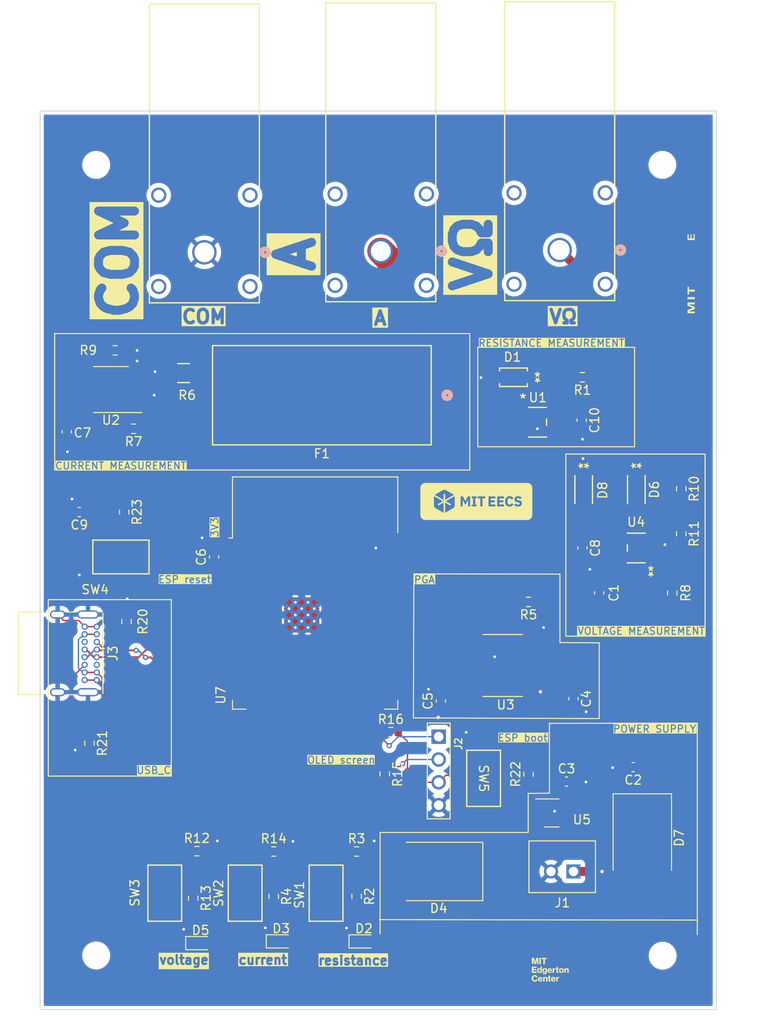
<source format=kicad_pcb>
(kicad_pcb (version 20221018) (generator pcbnew)
  (title_block (company "Tori Hagenlocker | victoriahagenlocker.com"))
  (layers (0 "F.Cu" signal) (31 "B.Cu" signal) (34 "B.Paste" user) (35 "F.Paste" user) (36 "B.SilkS" user "B.Silkscreen") (37 "F.SilkS" user "F.Silkscreen") (38 "B.Mask" user) (39 "F.Mask" user) (44 "Edge.Cuts" user))
  (property "AUTHOR" "Winnie Szeto")
  (property "PROJECT_REVISION" "A01")
  (property "PROJECT_TITLE" "WS Template Project")
  (net 0 "")
  (net 1 "/pga_v")
  (net 2 "GND")
  (net 3 "/vbat")
  (net 4 "+3.3V")
  (net 5 "/reset")
  (net 6 "/p+_v-r")
  (net 7 "Net-(D2-A)")
  (net 8 "Net-(D3-A)")
  (net 9 "Net-(D5-A)")
  (net 10 "/p+_i")
  (net 11 "Net-(U2-+IN)")
  (net 12 "/SDA")
  (net 13 "/SCL")
  (net 14 "Net-(D4-K)")
  (net 15 "Net-(J3-CC1)")
  (net 16 "/USB_P")
  (net 17 "/USB_N")
  (net 18 "Net-(J3-CC2)")
  (net 19 "Net-(U3-VREF)")
  (net 20 "Net-(U7-IO10)")
  (net 21 "Net-(U7-IO12)")
  (net 22 "/pga-v_o-adc")
  (net 23 "Net-(R7-Pad1)")
  (net 24 "Net-(R7-Pad2)")
  (net 25 "Net-(U4--)")
  (net 26 "Net-(U2-REF)")
  (net 27 "Net-(U4-+)")
  (net 28 "Net-(U7-IO9)")
  (net 29 "Net-(U7-IO13)")
  (net 30 "Net-(R22-Pad1)")
  (net 31 "/boot")
  (net 32 "/pga_r")
  (net 33 "/pga_i")
  (net 41 "/SCLK")
  (net 42 "/SDO_ESP-SDI_PGA")
  (net 43 "/SDI_ESP-SDO_PGA")
  (net 44 "/~{CS}")
  (net 54 "Net-(U7-IO11)")
  (net 57 "Net-(U7-IO3)")
  (net 60 "Net-(D6-A)")
  (net 68 "Net-(U7-IO2)")
  (net 69 "/vusb")
  (footprint "Resistor_SMD:R_0603_1608Metric" (layer "F.Cu") (at 139 124.145 -90)
    (fp_text reference "R15")
    (fp_text value "2K")
  )
  (footprint "lab02_components:CSNL1206FT1L00" (layer "F.Cu") (at 116.6114 79.534 180)
    (fp_text reference "R6")
    (fp_text value "1mR")
  )
  (footprint "LED_SMD:LED_0603_1608Metric_Pad1.05x0.95mm_HandSolder" (layer "F.Cu") (at 118.5032 142.9728)
    (fp_text reference "D5")
    (fp_text value "GREEN LED")
  )
  (footprint "Capacitor_SMD:C_0603_1608Metric" (layer "F.Cu") (at 120 100 90)
    (fp_text reference "C6")
    (fp_text value "0.1uF")
  )
  (footprint "Capacitor_SMD:C_0603_1608Metric" (layer "F.Cu") (at 162.8648 104 90)
    (fp_text reference "C1")
    (fp_text value "1nF")
  )
  (footprint "lab02_components:OPA310IDBVR" (layer "F.Cu") (at 156 85)
    (fp_text reference "U1")
    (fp_text value "OPA310IDBVR")
  )
  (footprint "Resistor_SMD:R_0603_1608Metric" (layer "F.Cu") (at 117.6782 137.9728 -90)
    (fp_text reference "R13")
    (fp_text value "2K")
  )
  (footprint "Capacitor_SMD:C_0603_1608Metric" (layer "F.Cu") (at 166.6494 123.3932 180)
    (fp_text reference "C2")
    (fp_text value "1uF")
  )
  (footprint "Resistor_SMD:R_0603_1608Metric" (layer "F.Cu") (at 126.6417 137.7785 -90)
    (fp_text reference "R4")
    (fp_text value "2K")
  )
  (footprint "lab02_components:BZT52C51-7-F" (layer "F.Cu") (at 167 92.5 -90)
    (fp_text reference "D6")
    (fp_text value "51V")
  )
  (footprint "lab02_components:JST_B2B-XH-A" (layer "F.Cu") (at 158.75 134.475)
    (fp_text reference "J1")
    (fp_text value "Conn_01x02_Pin")
  )
  (footprint "MountingHole:MountingHole_2.5mm" (layer "F.Cu") (at 106.8832 56.3626)
    (fp_text reference "H2" hide)
    (fp_text value "MountingHole")
  )
  (footprint "Resistor_SMD:R_0603_1608Metric" (layer "F.Cu") (at 106.1382 120.7254 -90)
    (fp_text reference "R21")
    (fp_text value "5.1K")
  )
  (footprint "Capacitor_SMD:C_0603_1608Metric" (layer "F.Cu") (at 145.2372 116.0272 90)
    (fp_text reference "C5")
    (fp_text value "0.1uF")
  )
  (footprint "lab02_components:SWITCH_FSMSM_TYC" (layer "F.Cu") (at 105 100)
    (fp_text reference "SW4")
    (fp_text value "SW_SPST")
  )
  (footprint "Resistor_SMD:R_0603_1608Metric" (layer "F.Cu") (at 111.05 85.73 180)
    (fp_text reference "R7")
    (fp_text value "340R")
  )
  (footprint "Package_TO_SOT_SMD:SOT-23-5" (layer "F.Cu") (at 157.5925 128.49)
    (fp_text reference "U5")
    (fp_text value "AP2112K-3.3" hide)
  )
  (footprint "lab02_components:SWITCH_FSMSM_TYC" (layer "F.Cu") (at 132.4667 132.7785 -90)
    (fp_text reference "SW1")
    (fp_text value "SW_SPST")
  )
  (footprint "Resistor_SMD:R_0603_1608Metric" (layer "F.Cu") (at 172 97.4212 -90)
    (fp_text reference "R11")
    (fp_text value "10K")
  )
  (footprint "Resistor_SMD:R_0603_1608Metric" (layer "F.Cu") (at 161 80 180)
    (fp_text reference "R1")
    (fp_text value "100K")
  )
  (footprint "Resistor_SMD:R_0603_1608Metric" (layer "F.Cu") (at 172 92.4052 -90)
    (fp_text reference "R10")
    (fp_text value "200K")
  )
  (footprint "lab02_components:BZT52C51-7-F" (layer "F.Cu") (at 161.1376 92.5 -90)
    (fp_text reference "D8")
    (fp_text value "51V")
  )
  (footprint "Capacitor_SMD:C_0603_1608Metric" (layer "F.Cu") (at 161 99 -90)
    (fp_text reference "C8")
    (fp_text value "100nF")
  )
  (footprint "Resistor_SMD:R_0603_1608Metric" (layer "F.Cu") (at 109 77)
    (fp_text reference "R9")
    (fp_text value "0R")
  )
  (footprint "Resistor_SMD:R_0603_1608Metric" (layer "F.Cu") (at 155 105 180)
    (fp_text reference "R5")
    (fp_text value "100R")
  )
  (footprint "lab02_components:MechE" (layer "F.Cu") (at 167.159 73.3272 90)
    (fp_text reference "H7" hide)
    (fp_text value "logo1" hide)
  )
  (footprint "Resistor_SMD:R_0603_1608Metric" (layer "F.Cu") (at 171 104 90)
    (fp_text reference "R8")
    (fp_text value "160R")
  )
  (footprint "lab02_components:MMSZ4684T1G" (layer "F.Cu") (at 153.3236 80 180)
    (fp_text reference "D1")
    (fp_text value "3.3V")
  )
  (footprint "Resistor_SMD:R_0603_1608Metric" (layer "F.Cu") (at 135.8646 137.7785 -90)
    (fp_text reference "R2")
    (fp_text value "2K")
  )
  (footprint "Diode_SMD:D_SMC" (layer "F.Cu") (at 167.6654 131.2672 -90)
    (fp_text reference "D7")
    (fp_text value "SS34")
  )
  (footprint "Connector_USB:USB_C_Receptacle_GCT_USB4085" (layer "F.Cu") (at 106.9488 107.7506 -90)
    (fp_text reference "J3")
    (fp_text value "USB_C_Receptacle_USB2.0_14P")
  )
  (footprint "Resistor_SMD:R_0603_1608Metric" (layer "F.Cu") (at 118.0846 132.7404)
    (fp_text reference "R12")
    (fp_text value "10K")
  )
  (footprint "LED_SMD:LED_0603_1608Metric_Pad1.05x0.95mm_HandSolder" (layer "F.Cu") (at 136.6802 142.7871)
    (fp_text reference "D2")
    (fp_text value "GREEN LED")
  )
  (footprint "Resistor_SMD:R_0603_1608Metric" (layer "F.Cu") (at 126.6417 132.7785)
    (fp_text reference "R14")
    (fp_text value "10K")
  )
  (footprint "lab02_components:CONN1_FCR7350R_CLF" (layer "F.Cu") (at 118.9228 66.089906 180)
    (fp_text reference "J6")
    (fp_text value "FCR7350B")
  )
  (footprint "lab02_components:PGA116AIPWR" (layer "F.Cu") (at 152.13 112.075 180)
    (fp_text reference "U3")
    (fp_text value "PGA116AIPW")
  )
  (footprint "lab02_components:PPTC041LFBN-RC" (layer "F.Cu") (at 145 123.81 -90)
    (fp_text reference "J2")
    (fp_text value "Conn_01x04_Pin")
  )
  (footprint "Resistor_SMD:R_0603_1608Metric" (layer "F.Cu") (at 135.8646 132.7785)
    (fp_text reference "R3")
    (fp_text value "10K")
  )
  (footprint "Capacitor_SMD:C_0603_1608Metric" (layer "F.Cu") (at 105 95 180)
    (fp_text reference "C9")
    (fp_text value "1uF")
  )
  (footprint "Package_SO:SOIC-8_3.9x4.9mm_P1.27mm" (layer "F.Cu") (at 108.525 81.365 180)
    (fp_text reference "U2")
    (fp_text value "INA823")
  )
  (footprint "MountingHole:MountingHole_2.5mm" (layer "F.Cu") (at 106.8832 144.3482)
    (fp_text reference "H3" hide)
    (fp_text value "MountingHole")
  )
  (footprint "RF_Module:ESP32-S3-WROOM-1" (layer "F.Cu") (at 131.25 103.99)
    (fp_text reference "U7")
    (fp_text value "ESP32-S3-WROOM-1-N4")
  )
  (footprint "lab02_components:OPA310IDBVR" (layer "F.Cu") (at 167 99 180)
    (fp_text reference "U4")
    (fp_text value "OPA310IDBVR")
  )
  (footprint "lab02_components:EdgertonLogo" (layer "F.Cu") (at 148.678 142.3094)
    (fp_text reference "H5" hide)
    (fp_text value "logo1")
  )
  (footprint "lab02_components:CONN1_FCR7350R_CLF" (layer "F.Cu") (at 158.4706 65.835906 180)
    (fp_text reference "J4")
    (fp_text value "FCR7350R")
  )
  (footprint "lab02_components:EECSLogo" (layer "F.Cu") (at 142.8496 91.6178)
    (fp_text reference "H6" hide)
    (fp_text value "logo2" hide)
  )
  (footprint "lab02_components:SWITCH_FSMSM_TYC" (layer "F.Cu") (at 123.4567 132.7785 -90)
    (fp_text reference "SW2")
    (fp_text value "SW_SPST")
  )
  (footprint "Capacitor_SMD:C_0603_1608Metric" (layer "F.Cu") (at 103.6066 86.0552 -90)
    (fp_text reference "C7")
    (fp_text value "0.1uF")
  )
  (footprint "Capacitor_SMD:C_0603_1608Metric" (layer "F.Cu") (at 159.225 125)
    (fp_text reference "C3")
    (fp_text value "1uF")
  )
  (footprint "Resistor_SMD:R_0603_1608Metric" (layer "F.Cu") (at 139.675 119.5)
    (fp_text reference "R16")
    (fp_text value "2K")
  )
  (footprint "Diode_SMD:D_SMC" (layer "F.Cu") (at 145 135 180)
    (fp_text reference "D4")
    (fp_text value "SS34")
  )
  (footprint "Resistor_SMD:R_0603_1608Metric" (layer "F.Cu") (at 155 124.175 90)
    (fp_text reference "R22")
    (fp_text value "10K")
  )
  (footprint "lab02_components:SWITCH_FSMSM_TYC" (layer "F.Cu") (at 114.5159 132.7785 -90)
    (fp_text reference "SW3")
    (fp_text value "SW_SPST")
  )
  (footprint "MountingHole:MountingHole_2.5mm" (layer "F.Cu") (at 169.9006 56.3626)
    (fp_text reference "H1" hide)
    (fp_text value "MountingHole")
  )
  (footprint "lab02_components:SWITCH_FSMSM_TYC" (layer "F.Cu") (at 150 120 -90)
    (fp_text reference "SW5")
    (fp_text value "SW_SPST")
  )
  (footprint "Capacitor_SMD:C_0603_1608Metric" (layer "F.Cu") (at 160.9172 84.7797 -90)
    (fp_text reference "C10")
    (fp_text value "100nF")
  )
  (footprint "Resistor_SMD:R_0603_1608Metric" (layer "F.Cu") (at 110.2532 107.1804 90)
    (fp_text reference "R20")
    (fp_text value "5.1K")
  )
  (footprint "MountingHole:MountingHole_2.5mm" (layer "F.Cu") (at 169.926 144.3736)
    (fp_text reference "H4" hide)
    (fp_text value "MountingHole")
  )
  (footprint "NetTie:NetTie-2_SMD_Pad0.5mm" (layer "F.Cu") (at 156.63 110 -90)
    (fp_text reference "NT1" hide)
    (fp_text value "NetTie_2" hide)
  )
  (footprint "lab02_components:FUSE_31.8221_SCH" (layer "F.Cu") (at 132 82 180)
    (fp_text reference "F1")
    (fp_text value "10A Fuse")
  )
  (footprint "Capacitor_SMD:C_0603_1608Metric" (layer "F.Cu") (at 160 115.775 -90)
    (fp_text reference "C4")
    (fp_text value "0.1uF")
  )
  (footprint "Resistor_SMD:R_0603_1608Metric" (layer "F.Cu") (at 110 95 -90)
    (fp_text reference "R23")
    (fp_text value "5.1K")
  )
  (footprint "lab02_components:CONN1_FCR7350R_CLF" (layer "F.Cu") (at 138.557 65.9638 180)
    (fp_text reference "J5")
    (fp_text value "FCR7350R")
  )
  (footprint "LED_SMD:LED_0603_1608Metric_Pad1.05x0.95mm_HandSolder" (layer "F.Cu") (at 127.4667 142.7785)
    (fp_text reference "D3")
    (fp_text value "GREEN LED")
  )
  (gr_rect (start 149.352 76.6572) (end 166.8018 87.7316) (stroke (width 0.12)) (fill none) (layer "F.SilkS"))
  (gr_line (start 138.4808 130.6576) (end 154.9654 130.6576) (stroke (width 0.12)) (layer "F.SilkS"))
  (gr_line (start 142.1892 117.9068) (end 142.24 101.8794) (stroke (width 0.12)) (layer "F.SilkS"))
  (gr_line (start 138.4046 140.3604) (end 173.7106 140.4112) (stroke (width 0.12)) (layer "F.SilkS"))
  (gr_rect (start 101.5492 104.7496) (end 115.2398 124.3838) (stroke (width 0.12)) (fill none) (layer "F.SilkS"))
  (gr_line (start 162.8648 117.983) (end 162.8648 109.5502) (stroke (width 0.12)) (layer "F.SilkS"))
  (gr_line (start 138.4808 130.6576) (end 138.4808 141.9606) (stroke (width 0.12)) (layer "F.SilkS"))
  (gr_line (start 162.8648 109.5502) (end 158.496 109.5248) (stroke (width 0.12)) (layer "F.SilkS"))
  (gr_line (start 154.9654 130.6576) (end 154.9654 126.3142) (stroke (width 0.12)) (layer "F.SilkS"))
  (gr_line (start 142.24 101.8794) (end 158.496 101.9048) (stroke (width 0.12)) (layer "F.SilkS"))
  (gr_line (start 157.3276 118.5164) (end 173.7868 118.491) (stroke (width 0.12)) (layer "F.SilkS"))
  (gr_rect (start 159.1564 88.5444) (end 174.6504 108.8136) (stroke (width 0.12)) (fill none) (layer "F.SilkS"))
  (gr_line (start 158.496 109.5248) (end 158.496 101.9048) (stroke (width 0.12)) (layer "F.SilkS"))
  (gr_line (start 154.9654 126.3142) (end 157.3276 126.2888) (stroke (width 0.12)) (layer "F.SilkS"))
  (gr_line (start 157.3276 126.2888) (end 157.3276 118.5164) (stroke (width 0.12)) (layer "F.SilkS"))
  (gr_line (start 173.7868 118.491) (end 173.7868 142.0114) (stroke (width 0.12)) (layer "F.SilkS"))
  (gr_line (start 142.1892 117.9068) (end 162.8648 117.983) (stroke (width 0.12)) (layer "F.SilkS"))
  (gr_rect (start 102.2604 75.1332) (end 148.463 90.3224) (stroke (width 0.12)) (fill none) (layer "F.SilkS"))
  (gr_rect (start 100.6434 50.362694) (end 175.8974 150.362694) (stroke (width 0.1)) (fill none) (layer "Edge.Cuts"))
  (gr_text "ESP reset" (at 113.7158 102.9716) (layer "F.SilkS" knockout) (effects (font (size 0.8 0.8) (thickness 0.12)) (justify left bottom)))
  (gr_text "VΩ" (at 151.0538 70.866 90) (layer "F.SilkS" knockout) (effects (font (size 4 4) (thickness 1) bold) (justify left bottom)))
  (gr_text "COM" (at 116.2304 74.1426) (layer "F.SilkS" knockout) (effects (font (size 1.5 1.5) (thickness 0.375) bold) (justify left bottom)))
  (gr_text "3V3" (at 120.5484 97.8662 90) (layer "F.SilkS" knockout) (effects (font (size 0.8 0.8) (thickness 0.12)) (justify left bottom)))
  (gr_text "COM" (at 111.6838 73.9648 90) (layer "F.SilkS" knockout) (effects (font (size 4 4) (thickness 1) bold) (justify left bottom)))
  (gr_text "resistance" (at 131.4743 145.4912) (layer "F.SilkS" knockout) (effects (font (size 1 1) (thickness 0.25) bold) (justify left bottom)))
  (gr_text "voltage" (at 113.7745 145.4287) (layer "F.SilkS" knockout) (effects (font (size 1 1) (thickness 0.25) bold) (justify left bottom)))
  (gr_text "PGA" (at 142.1892 102.997) (layer "F.SilkS" knockout) (effects (font (size 0.8 0.8) (thickness 0.12)) (justify left bottom)))
  (gr_text "CURRENT MEASUREMENT" (at 102.2604 90.3224) (layer "F.SilkS" knockout) (effects (font (size 0.8 0.8) (thickness 0.12)) (justify left bottom)))
  (gr_text "POWER SUPPLY" (at 164.338 119.6086) (layer "F.SilkS" knockout) (effects (font (size 0.8 0.8) (thickness 0.12)) (justify left bottom)))
  (gr_text "current" (at 122.5843 145.4287) (layer "F.SilkS" knockout) (effects (font (size 1 1) (thickness 0.25) bold) (justify left bottom)))
  (gr_text "OLED screen" (at 130.302 123.063) (layer "F.SilkS" knockout) (effects (font (size 0.8 0.8) (thickness 0.12)) (justify left bottom)))
  (gr_text "RESISTANCE MEASUREMENT" (at 149.352 76.6572) (layer "F.SilkS" knockout) (effects (font (size 0.8 0.8) (thickness 0.12)) (justify left bottom)))
  (gr_text "VOLTAGE MEASUREMENT" (at 160.401 108.712) (layer "F.SilkS" knockout) (effects (font (size 0.8 0.8) (thickness 0.12)) (justify left bottom)))
  (gr_text "ESP boot" (at 151.511 120.5992) (layer "F.SilkS" knockout) (effects (font (size 0.8 0.8) (thickness 0.12)) (justify left bottom)))
  (gr_text "A" (at 137.5966 74.312294) (layer "F.SilkS" knockout) (effects (font (size 1.5 1.5) (thickness 0.375) bold) (justify left bottom)))
  (gr_text "USB_C" (at 111.3028 124.206) (layer "F.SilkS" knockout) (effects (font (size 0.8 0.8) (thickness 0.12)) (justify left bottom)))
  (gr_text "A" (at 131.3942 68.6816 90) (layer "F.SilkS" knockout) (effects (font (size 4 4) (thickness 1) bold) (justify left bottom)))
  (gr_text "VΩ" (at 157.1244 74.1426) (layer "F.SilkS" knockout) (effects (font (size 1.5 1.5) (thickness 0.375) bold) (justify left bottom)))
  (segment (start 162.8648 104.775) (end 162.8648 105.970199) (width 0.1524) (layer "F.Cu") (net 1))
  (segment (start 155.784999 113.05) (end 155 113.05) (width 0.1524) (layer "F.Cu") (net 1))
  (segment (start 162.8648 105.970199) (end 155.784999 113.05) (width 0.1524) (layer "F.Cu") (net 1))
  (segment (start 171 104.825) (end 162.9148 104.825) (width 0.1524) (layer "F.Cu") (net 1))
  (segment (start 162.9148 104.825) (end 162.8648 104.775) (width 0.1524) (layer "F.Cu") (net 1))
  (segment (start 104.1908 94.9658) (end 104.225 95) (width 0.1524) (layer "F.Cu") (net 2))
  (segment (start 161.0106 85.6481) (end 160.9172 85.5547) (width 0.1524) (layer "F.Cu") (net 2))
  (segment (start 103.6828 86.9064) (end 103.6066 86.8302) (width 0.1524) (layer "F.Cu") (net 2))
  (segment (start 110.2532 104.7324) (end 110.3376 104.648) (width 0.1524) (layer "F.Cu") (net 2))
  (segment (start 119.2276 132.7404) (end 120.3706 131.5974) (width 0.1524) (layer "F.Cu") (net 2))
  (segment (start 120 99.225) (end 122.005 99.225) (width 0.1524) (layer "F.Cu") (net 2))
  (segment (start 144.4114 115.2522) (end 143.8656 114.7064) (width 0.1524) (layer "F.Cu") (net 2))
  (segment (start 113.5954 79.534) (end 113.4364 79.375) (width 0.1524) (layer "F.Cu") (net 2))
  (segment (start 161 99.775) (end 161 100.548) (width 0.1524) (layer "F.Cu") (net 2))
  (segment (start 156.455 128.49) (end 157.705674 128.49) (width 0.1524) (layer "F.Cu") (net 2))
  (segment (start 136.6896 132.7282) (end 137.8204 131.5974) (width 0.1524) (layer "F.Cu") (net 2))
  (segment (start 161 100.548) (end 161.8234 101.3714) (width 0.1524) (layer "F.Cu") (net 2))
  (segment (start 105 102) (end 105 100) (width 0.1524) (layer "F.Cu") (net 2))
  (segment (start 156.63 109.5) (end 156.63 107.8856) (width 0.1524) (layer "F.Cu") (net 2))
  (segment (start 160 116.55) (end 160.746 116.55) (width 0.1524) (layer "F.Cu") (net 2))
  (segment (start 170.18 98.6282) (end 169.8082 99) (width 0.1524) (layer "F.Cu") (net 2))
  (segment (start 110.2532 106.3554) (end 110.2532 104.7324) (width 0.1524) (layer "F.Cu") (net 2))
  (segment (start 170.18 98.6282) (end 170.562 98.2462) (width 0.1524) (layer "F.Cu") (net 2))
  (segment (start 135.8052 142.7871) (end 135.8052 142.3584) (width 0.1524) (layer "F.Cu") (net 2))
  (segment (start 151.2312 111.1) (end 149.26 111.1) (width 0.1524) (layer "F.Cu") (net 2))
  (segment (start 161.1376 89.1286) (end 161.1376 90.775) (width 0.1524) (layer "F.Cu") (net 2))
  (segment (start 113.326 82) (end 113.3348 81.9912) (width 0.1524) (layer "F.Cu") (net 2))
  (segment (start 109.825 77) (end 111.417 77) (width 0.1524) (layer "F.Cu") (net 2))
  (segment (start 111 82) (end 113.326 82) (width 0.1524) (layer "F.Cu") (net 2))
  (segment (start 157.705674 128.49) (end 157.904807 128.290867) (width 0.1524) (layer "F.Cu") (net 2))
  (segment (start 118.9096 132.7404) (end 119.2276 132.7404) (width 0.1524) (layer "F.Cu") (net 2))
  (segment (start 140 98.73) (end 138.27 98.73) (width 0.1524) (layer "F.Cu") (net 2))
  (segment (start 111.4298 78.1812) (end 111.4298 79.0302) (width 0.1524) (layer "F.Cu") (net 2))
  (segment (start 126.5917 142.7785) (end 126.5917 142.1619) (width 0.1524) (layer "F.Cu") (net 2))
  (segment (start 127.6477 132.7785) (end 128.778 131.6482) (width 0.1524) (layer "F.Cu") (net 2))
  (segment (start 103.2667 107.0639) (end 104.9267 107.0639) (width 0.1524) (layer "F.Cu") (net 2))
  (segment (start 154.63475 85) (end 155.2564 85) (width 0.1524) (layer "F.Cu") (net 2))
  (segment (start 160 125) (end 161.3474 125) (width 0.1524) (layer "F.Cu") (net 2))
  (segment (start 155.2564 85) (end 155.9814 85.725) (width 0.1524) (layer "F.Cu") (net 2))
  (segment (start 145.2372 115.2522) (end 144.4114 115.2522) (width 0.1524) (layer "F.Cu") (net 2))
  (segment (start 151.6472 80) (end 149.743 80) (width 0.1524) (layer "F.Cu") (net 2))
  (segment (start 104.6086 121.5504) (end 104.5464 121.4882) (width 0.1524) (layer "F.Cu") (net 2))
  (segment (start 104.1908 93.5482) (end 104.1908 94.9658) (width 0.1524) (layer "F.Cu") (net 2))
  (segment (start 161.0106 86.8934) (end 161.0106 85.6481) (width 0.1524) (layer "F.Cu") (net 2))
  (segment (start 106.9632 107.7504) (end 105.6132 107.7504) (width 0.1524) (layer "F.Cu") (net 2))
  (segment (start 120 99.1974) (end 118.6688 97.8662) (width 0.1524) (layer "F.Cu") (net 2))
  (segment (start 104.9267 107.0639) (end 105.6132 107.7504) (width 0.1524) (layer "F.Cu") (net 2))
  (segment (start 169.8082 99) (end 168.36525 99) (width 0.1524) (layer "F.Cu") (net 2))
  (segment (start 126.5917 142.1619) (end 125.7046 141.2748) (width 0.1524) (layer "F.Cu") (net 2))
  (segment (start 111.4298 79.0302) (end 111 79.46) (width 0.1524) (layer "F.Cu") (net 2))
  (segment (start 120 99.225) (end 120 99.1974) (width 0.1524) (layer "F.Cu") (net 2))
  (segment (start 170.562 98.2462) (end 172 98.2462) (width 0.1524) (layer "F.Cu") (net 2))
  (segment (start 151.2316 111.0996) (end 151.2312 111.1) (width 0.1524) (layer "F.Cu") (net 2))
  (segment (start 117.6282 142.9728) (end 117.6282 142.444) (width 0.1524) (layer "F.Cu") (net 2))
  (segment (start 161.0614 89.0524) (end 161.1376 89.1286) (width 0.1524) (layer "F.Cu") (net 2))
  (segment (start 164.4142 123.3932) (end 165.8744 123.3932) (width 0.1524) (layer "F.Cu") (net 2))
  (segment (start 148.5496 120) (end 150 120) (width 0.1524) (layer "F.Cu") (net 2))
  (segment (start 161.3474 125) (end 161.3916 125.0442) (width 0.1524) (layer "F.Cu") (net 2))
  (segment (start 148.0566 119.507) (end 148.5496 120) (width 0.1524) (layer "F.Cu") (net 2))
  (segment (start 111.417 77) (end 111.4298 77.0128) (width 0.1524) (layer "F.Cu") (net 2))
  (segment (start 156.63 107.8856) (end 156.6672 107.8484) (width 0.1524) (layer "F.Cu") (net 2))
  (segment (start 106.1382 121.5504) (end 104.6086 121.5504) (width 0.1524) (layer "F.Cu") (net 2))
  (segment (start 162.8648 103.225) (end 162.8648 102.4128) (width 0.1524) (layer "F.Cu") (net 2))
  (segment (start 103.6828 88.2904) (end 103.6828 86.9064) (width 0.1524) (layer "F.Cu") (net 2))
  (segment (start 106.9632 113.7004) (end 105.6132 113.7004) (width 0.1524) (layer "F.Cu") (net 2))
  (segment (start 117.6282 142.444) (end 116.6114 141.4272) (width 0.1524) (layer "F.Cu") (net 2))
  (segment (start 136.6896 132.7785) (end 136.6896 132.7282) (width 0.1524) (layer "F.Cu") (net 2))
  (segment (start 160.746 116.55) (end 161.417 117.221) (width 0.1524) (layer "F.Cu") (net 2))
  (segment (start 135.8052 142.3584) (end 134.747 141.3002) (width 0.1524) (layer "F.Cu") (net 2))
  (segment (start 138.27 98.73) (end 138 99) (width 0.1524) (layer "F.Cu") (net 2))
  (segment (start 127.4667 132.7785) (end 127.6477 132.7785) (width 0.1524) (layer "F.Cu") (net 2))
  (segment (start 162.8648 102.4128) (end 161.8234 101.3714) (width 0.1524) (layer "F.Cu") (net 2))
  (segment (start 149.743 80) (end 149.7076 80.0354) (width 0.1524) (layer "F.Cu") (net 2))
  (segment (start 164.3634 123.444) (end 164.4142 123.3932) (width 0.1524) (layer "F.Cu") (net 2))
  (segment (start 102.6032 106.4004) (end 103.2667 107.0639) (width 0.1524) (layer "F.Cu") (net 2))
  (segment (start 122.005 99.225) (end 122.5 98.73) (width 0.1524) (layer "F.Cu") (net 2))
  (segment (start 115.1636 79.534) (end 113.5954 79.534) (width 0.1524) (layer "F.Cu") (net 2))
  (via (at 116.6114 141.4272) (size 0.6) (drill 0.3) (layers "F.Cu" "B.Cu") (net 2))
  (via (at 161.417 117.221) (size 0.6) (drill 0.3) (layers "F.Cu" "B.Cu") (net 2))
  (via (at 164.3634 123.444) (size 0.6) (drill 0.3) (layers "F.Cu" "B.Cu") (net 2))
  (via (at 120.3706 131.5974) (size 0.6) (drill 0.3) (layers "F.Cu" "B.Cu") (net 2))
  (via (at 113.3348 81.9912) (size 0.6) (drill 0.3) (layers "F.Cu" "B.Cu") (net 2))
  (via (at 138 99) (size 0.6) (drill 0.3) (layers "F.Cu" "B.Cu") (net 2))
  (via (at 103.6828 88.2904) (size 0.6) (drill 0.3) (layers "F.Cu" "B.Cu") (net 2))
  (via (at 156.6672 107.8484) (size 0.6) (drill 0.3) (layers "F.Cu" "B.Cu") (net 2))
  (via (at 155.9814 85.725) (size 0.6) (drill 0.3) (layers "F.Cu" "B.Cu") (net 2))
  (via (at 161.3916 125.0442) (size 0.6) (drill 0.3) (layers "F.Cu" "B.Cu") (net 2))
  (via (at 134.747 141.3002) (size 0.6) (drill 0.3) (layers "F.Cu" "B.Cu") (net 2))
  (via (at 157.904807 128.290867) (size 0.6) (drill 0.3) (layers "F.Cu" "B.Cu") (net 2))
  (via (at 111.4298 78.1812) (size 0.6) (drill 0.3) (layers "F.Cu" "B.Cu") (net 2))
  (via (at 104.5464 121.4882) (size 0.6) (drill 0.3) (layers "F.Cu" "B.Cu") (net 2))
  (via (at 161.0614 89.0524) (size 0.6) (drill 0.3) (layers "F.Cu" "B.Cu") (net 2))
  (via (at 104.1908 93.5482) (size 0.6) (drill 0.3) (layers "F.Cu" "B.Cu") (net 2))
  (via (at 111.4298 77.0128) (size 0.6) (drill 0.3) (layers "F.Cu" "B.Cu") (net 2))
  (via (at 125.7046 141.2748) (size 0.6) (drill 0.3) (layers "F.Cu" "B.Cu") (net 2))
  (via (at 105 102) (size 0.6) (drill 0.3) (layers "F.Cu" "B.Cu") (net 2))
  (via (at 118.6688 97.8662) (size 0.6) (drill 0.3) (layers "F.Cu" "B.Cu") (net 2))
  (via (at 149.7076 80.0354) (size 0.6) (drill 0.3) (layers "F.Cu" "B.Cu") (net 2))
  (via (at 161.0106 86.8934) (size 0.6) (drill 0.3) (layers "F.Cu" "B.Cu") (net 2))
  (via (at 170.18 98.6282) (size 0.6) (drill 0.3) (layers "F.Cu" "B.Cu") (net 2))
  (via (at 143.8656 114.7064) (size 0.6) (drill 0.3) (layers "F.Cu" "B.Cu") (net 2))
  (via (at 128.778 131.6482) (size 0.6) (drill 0.3) (layers "F.Cu" "B.Cu") (net 2))
  (via (at 110.3376 104.648) (size 0.6) (drill 0.3) (layers "F.Cu" "B.Cu") (net 2))
  (via (at 151.2316 111.0996) (size 0.6) (drill 0.3) (layers "F.Cu" "B.Cu") (net 2))
  (via (at 113.4364 79.375) (size 0.6) (drill 0.3) (layers "F.Cu" "B.Cu") (net 2))
  (via (at 148.0566 119.507) (size 0.6) (drill 0.3) (layers "F.Cu" "B.Cu") (net 2))
  (via (at 137.8204 131.5974) (size 0.6) (drill 0.3) (layers "F.Cu" "B.Cu") (net 2))
  (via (at 161.8234 101.3714) (size 0.6) (drill 0.3) (layers "F.Cu" "B.Cu") (net 2))
  (segment (start 167.3326 135) (end 167.6654 134.6672) (width 1) (layer "F.Cu") (net 3))
  (segment (start 160 135) (end 167.3326 135) (width 1) (layer "F.Cu") (net 3))
  (segment (start 141.5286 123.4714) (end 143.1372 125.08) (width 0.1524) (layer "F.Cu") (net 4))
  (segment (start 116.1428 143.6764) (end 121.8298 143.6764) (width 0.1524) (layer "F.Cu") (net 4))
  (segment (start 157.410549 84.0047) (end 157.36525 84.049999) (width 0.1524) (layer "F.Cu") (net 4))
  (segment (start 132.4667 142.0495) (end 134.9172 144.5) (width 0.1524) (layer "F.Cu") (net 4))
  (segment (start 143.1372 125.08) (end 145 125.08) (width 0.1524) (layer "F.Cu") (net 4))
  (segment (start 161 98.225) (end 163.909749 98.225) (width 0.1524) (layer "F.Cu") (net 4))
  (segment (start 138.9136 115.5114) (end 132.9104 115.5114) (width 0.1524) (layer "F.Cu") (net 4))
  (segment (start 160.9172 84.0047) (end 160.9172 80.9078) (width 0.1524) (layer "F.Cu") (net 4))
  (segment (start 137.033046 144.5) (end 143.1372 138.395846) (width 0.1524) (layer "F.Cu") (net 4))
  (segment (start 131.0341 143.4821) (end 132.4667 142.0495) (width 0.1524) (layer "F.Cu") (net 4))
  (segment (start 134.9172 144.5) (end 137.033046 144.5) (width 0.1524) (layer "F.Cu") (net 4))
  (segment (start 160.9172 84.0047) (end 159.5 84.0047) (width 0.1524) (layer "F.Cu") (net 4))
  (segment (start 138.9136 117.9136) (end 138.9136 115.5114) (width 0.1524) (layer "F.Cu") (net 4))
  (segment (start 160 115) (end 158 115) (width 0.1524) (layer "F.Cu") (net 4))
  (segment (start 141.5286 123.4714) (end 140.03 124.97) (width 0.1524) (layer "F.Cu") (net 4))
  (segment (start 104.5 89.15) (end 104.5 86.1736) (width 0.1524) (layer "F.Cu") (net 4))
  (segment (start 120.775 100) (end 122.5 100) (width 0.1524) (layer "F.Cu") (net 4))
  (segment (start 154.1582 115) (end 153.5082 114.35) (width 0.1524) (layer "F.Cu") (net 4))
  (segment (start 147.6894 114.35) (end 149.26 114.35) (width 0.1524) (layer "F.Cu") (net 4))
  (segment (start 145.2372 116.8022) (end 147.6894 114.35) (width 0.1524) (layer "F.Cu") (net 4))
  (segment (start 161 98.225) (end 159.5 96.725) (width 0.1524) (layer "F.Cu") (net 4))
  (segment (start 121.8298 143.6764) (end 123.4567 142.0495) (width 0.1524) (layer "F.Cu") (net 4))
  (segment (start 141.5286 120.5286) (end 141.5286 123.4714) (width 0.1524) (layer "F.Cu") (net 4))
  (segment (start 155.7036 122.966926) (end 155.7036 124.2964) (width 0.1524) (layer "F.Cu") (net 4))
  (segment (start 158.45 115.45) (end 158 115) (width 0.1524) (layer "F.Cu") (net 4))
  (segment (start 158 115) (end 155 115) (width 0.1524) (layer "F.Cu") (net 4))
  (segment (start 172.339 106.0704) (end 172.339 104.6734) (width 0.1524) (layer "F.Cu") (net 4))
  (segment (start 140.03 124.97) (end 139 124.97) (width 0.1524) (layer "F.Cu") (net 4))
  (segment (start 163.909749 98.225) (end 165.63475 99.950001) (width 0.1524) (layer "F.Cu") (net 4))
  (segment (start 114.5159 142.0495) (end 116.1428 143.6764) (width 0.1524) (layer "F.Cu") (net 4))
  (segment (start 158.45 127.26) (end 158.73 127.54) (width 0.1524) (layer "F.Cu") (net 4))
  (segment (start 149.538874 116.8022) (end 155.7036 122.966926) (width 0.1524) (layer "F.Cu") (net 4))
  (segment (start 130 143.4821) (end 131.0341 143.4821) (width 0.1524) (layer "F.Cu") (net 4))
  (segment (start 172.339 104.6734) (end 171.6656 104) (width 0.1524) (layer "F.Cu") (net 4))
  (segment (start 140.5 119.5) (end 141.5286 120.5286) (width 0.1524) (layer "F.Cu") (net 4))
  (segment (start 155.7036 124.2964) (end 145.7836 124.2964) (width 0.1524) (layer "F.Cu") (net 4))
  (segment (start 160.9172 80.9078) (end 161.825 80) (width 0.1524) (layer "F.Cu") (net 4))
  (segment (start 145.2372 116.8022) (end 149.538874 116.8022) (width 0.1524) (layer "F.Cu") (net 4))
  (segment (start 109.525 94.175) (end 104.5 89.15) (width 0.1524) (layer "F.Cu") (net 4))
  (segment (start 120 100.775) (end 120.775 100) (width 0.1524) (layer "F.Cu") (net 4))
  (segment (start 123.5 100.7) (end 122.8 100) (width 0.1524) (layer "F.Cu") (net 4))
  (segment (start 159.5 96.725) (end 159.5 84.0047) (width 0.1524) (layer "F.Cu") (net 4))
  (segment (start 105.075001 82) (end 106.05 82) (width 0.1524) (layer "F.Cu") (net 4))
  (segment (start 110 94.175) (end 109.525 94.175) (width 0.1524) (layer "F.Cu") (net 4))
  (segment (start 169.684749 104) (end 165.63475 99.950001) (width 0.1524) (layer "F.Cu") (net 4))
  (segment (start 123.5 106.101) (end 123.5 100.7) (width 0.1524) (layer "F.Cu") (net 4))
  (segment (start 122.8 100) (end 122.5 100) (width 0.1524) (layer "F.Cu") (net 4))
  (segment (start 158.45 125) (end 158.45 127.26) (width 0.1524) (layer "F.Cu") (net 4))
  (segment (start 132.9104 115.5114) (end 123.5 106.101) (width 0.1524) (layer "F.Cu") (net 4))
  (segment (start 145.7836 124.2964) (end 145 125.08) (width 0.1524) (layer "F.Cu") (net 4))
  (segment (start 140.5 119.5) (end 138.9136 117.9136) (width 0.1524) (layer "F.Cu") (net 4))
  (segment (start 104.5 86.1736) (end 103.6066 85.2802) (width 0.1524) (layer "F.Cu") (net 4))
  (segment (start 155 115) (end 154.1582 115) (width 0.1524) (layer "F.Cu") (net 4))
  (segment (start 158.45 125) (end 158.45 115.45) (width 0.1524) (layer "F.Cu") (net 4))
  (segment (start 160 115) (end 163.4094 115) (width 0.1524) (layer "F.Cu") (net 4))
  (segment (start 120 100.775) (end 113.4 94.175) (width 0.1524) (layer "F.Cu") (net 4))
  (segment (start 159.5 84.0047) (end 157.410549 84.0047) (width 0.1524) (layer "F.Cu") (net 4))
  (segment (start 163.4094 115) (end 172.339 106.0704) (width 0.1524) (layer "F.Cu") (net 4))
  (segment (start 143.1372 138.395846) (end 143.1372 125.08) (width 0.1524) (layer "F.Cu") (net 4))
  (segment (start 124.8893 143.4821) (end 130 143.4821) (width 0.1524) (layer "F.Cu") (net 4))
  (segment (start 103.6066 83.468401) (end 105.075001 82) (width 0.1524) (layer "F.Cu") (net 4))
  (segment (start 171.6656 104) (end 169.684749 104) (width 0.1524) (layer "F.Cu") (net 4))
  (segment (start 123.4567 142.0495) (end 124.8893 143.4821) (width 0.1524) (layer "F.Cu") (net 4))
  (segment (start 153.5082 114.35) (end 149.26 114.35) (width 0.1524) (layer "F.Cu") (net 4))
  (segment (start 103.6066 85.2802) (end 103.6066 83.468401) (width 0.1524) (layer "F.Cu") (net 4))
  (segment (start 113.4 94.175) (end 110 94.175) (width 0.1524) (layer "F.Cu") (net 4))
  (segment (start 109.175 95) (end 110 95.825) (width 0.1524) (layer "F.Cu") (net 5))
  (segment (start 114.271 100) (end 116.3536 102.0826) (width 0.1524) (layer "F.Cu") (net 5))
  (segment (start 110.096 95.825) (end 114.271 100) (width 0.1524) (layer "F.Cu") (net 5))
  (segment (start 122.1176 101.27) (end 122.5 101.27) (width 0.1524) (layer "F.Cu") (net 5))
  (segment (start 121.305 102.0826) (end 122.1176 101.27) (width 0.1524) (layer "F.Cu") (net 5))
  (segment (start 116.3536 102.0826) (end 121.305 102.0826) (width 0.1524) (layer "F.Cu") (net 5))
  (segment (start 110 95.825) (end 110.096 95.825) (width 0.1524) (layer "F.Cu") (net 5))
  (segment (start 105.775 95) (end 109.175 95) (width 0.1524) (layer "F.Cu") (net 5))
  (segment (start 167.8052 91.5802) (end 167 90.775) (width 0.1524) (layer "F.Cu") (net 6))
  (segment (start 153.9172 81.0828) (end 153.9172 85.467401) (width 0.1524) (layer "F.Cu") (net 6))
  (segment (start 153.9172 85.467401) (end 154.3998 85.950001) (width 0.1524) (layer "F.Cu") (net 6))
  (segment (start 167 90.775) (end 167 80.914) (width 1) (layer "F.Cu") (net 6))
  (segment (start 155 80) (end 153.9172 81.0828) (width 0.1524) (layer "F.Cu") (net 6))
  (segment (start 160 67.365306) (end 158.4706 65.835906) (width 1) (layer "F.Cu") (net 6))
  (segment (start 160 73.914) (end 160 67.365306) (width 1) (layer "F.Cu") (net 6))
  (segment (start 154.3998 85.950001) (end 154.63475 85.950001) (width 0.1524) (layer "F.Cu") (net 6))
  (segment (start 172 91.5802) (end 167.8052 91.5802) (width 0.1524) (layer "F.Cu") (net 6))
  (segment (start 160.175 74.089) (end 160 73.914) (width 1) (layer "F.Cu") (net 6))
  (segment (start 160.175 80) (end 160.175 74.089) (width 1) (layer "F.Cu") (net 6))
  (segment (start 160.175 80) (end 155 80) (width 0.1524) (layer "F.Cu") (net 6))
  (segment (start 167 80.914) (end 160 73.914) (width 1) (layer "F.Cu") (net 6))
  (segment (start 137.5552 142.7871) (end 137.5552 140.2941) (width 0.1524) (layer "F.Cu") (net 7))
  (segment (start 137.5552 140.2941) (end 135.8646 138.6035) (width 0.1524) (layer "F.Cu") (net 7))
  (segment (start 128.3417 140.3035) (end 126.6417 138.6035) (width 0.1524) (layer "F.Cu") (net 8))
  (segment (start 128.3417 142.7785) (end 128.3417 140.3035) (width 0.1524) (layer "F.Cu") (net 8))
  (segment (start 119.3782 140.4978) (end 117.6782 138.7978) (width 0.1524) (layer "F.Cu") (net 9))
  (segment (start 119.3782 142.9728) (end 119.3782 140.4978) (width 0.1524) (layer "F.Cu") (net 9))
  (segment (start 140.500001 82) (end 140.500001 67.906801) (width 3) (layer "F.Cu") (net 10))
  (segment (start 140.500001 67.906801) (end 138.557 65.9638) (width 3) (layer "F.Cu") (net 10))
  (segment (start 117.4101 81.2626) (end 111.5326 81.2626) (width 0.1524) (layer "F.Cu") (net 11))
  (segment (start 118.0592 80.6135) (end 117.4101 81.2626) (width 0.1524) (layer "F.Cu") (net 11))
  (segment (start 111.5326 81.2626) (end 111 80.73) (width 0.1524) (layer "F.Cu") (net 11))
  (segment (start 118.0592 79.534) (end 118.0592 80.6135) (width 0.1524) (layer "F.Cu") (net 11))
  (segment (start 138.85 119.5) (end 136.965 117.615) (width 0.1524) (layer "F.Cu") (net 12))
  (segment (start 136.965 117.615) (end 136.965 116.49) (width 0.1524) (layer "F.Cu") (net 12))
  (segment (start 138.85 120.35) (end 139.5 121) (width 0.1524) (layer "F.Cu") (net 12))
  (segment (start 138.85 119.5) (end 138.85 120.35) (width 0.1524) (layer "F.Cu") (net 12))
  (via (at 139.5 121) (size 0.6) (drill 0.3) (layers "F.Cu" "B.Cu") (net 12))
  (segment (start 139.5 121) (end 140.5 120) (width 0.1524) (layer "B.Cu") (net 12))
  (segment (start 140.5 120) (end 145 120) (width 0.1524) (layer "B.Cu") (net 12))
  (segment (start 139 123.32) (end 140.68 123.32) (width 0.1524) (layer "F.Cu") (net 13))
  (segment (start 140.68 123.32) (end 141 123) (width 0.1524) (layer "F.Cu") (net 13))
  (segment (start 139 123.32) (end 135.695 120.015) (width 0.1524) (layer "F.Cu") (net 13))
  (segment (start 135.695 120.015) (end 135.695 116.49) (width 0.1524) (layer "F.Cu") (net 13))
  (via (at 141 123) (size 0.6) (drill 0.3) (layers "F.Cu" "B.Cu") (net 13))
  (segment (start 141 123) (end 141.46 122.54) (width 0.1524) (layer "B.Cu") (net 13))
  (segment (start 141.46 122.54) (end 145 122.54) (width 0.1524) (layer "B.Cu") (net 13))
  (segment (start 157.545884 129.44) (end 157.7151 129.609216) (width 0.4) (layer "F.Cu") (net 14))
  (segment (start 167.4244 123.3932) (end 167.4244 127.6262) (width 0.1524) (layer "F.Cu") (net 14))
  (segment (start 167.4404 128.0922) (end 167.6654 127.8672) (width 0.45) (layer "F.Cu") (net 14))
  (segment (start 155 129.44) (end 153.96 129.44) (width 0.4) (layer "F.Cu") (net 14))
  (segment (start 157.7151 129.609216) (end 157.7151 129.802258) (width 0.4) (layer "F.Cu") (net 14))
  (segment (start 157.7151 129.802258) (end 158.341842 130.429) (width 0.4) (layer "F.Cu") (net 14))
  (segment (start 153.96 129.44) (end 148.4 135) (width 0.4) (layer "F.Cu") (net 14))
  (segment (start 158.341842 130.429) (end 165.1036 130.429) (width 0.4) (layer "F.Cu") (net 14))
  (segment (start 165.1036 130.429) (end 167.6654 127.8672) (width 0.4) (layer "F.Cu") (net 14))
  (segment (start 167.4244 127.6262) (end 167.6654 127.8672) (width 0.1524) (layer "F.Cu") (net 14))
  (segment (start 155.5684 127.54) (end 154.6606 128.4478) (width 0.4) (layer "F.Cu") (net 14))
  (segment (start 156.455 129.44) (end 155 129.44) (width 0.4) (layer "F.Cu") (net 14))
  (segment (start 156.455 127.54) (end 155.5684 127.54) (width 0.4) (layer "F.Cu") (net 14))
  (segment (start 156.455 129.44) (end 157.545884 129.44) (width 0.4) (layer "F.Cu") (net 14))
  (segment (start 154.6606 128.4478) (end 154.6606 129.44) (width 0.4) (layer "F.Cu") (net 14))
  (segment (start 108.2447 110.0139) (end 107.5267 110.0139) (width 0.1524) (layer "F.Cu") (net 15))
  (segment (start 107.5267 110.0139) (end 106.9632 109.4504) (width 0.1524) (layer "F.Cu") (net 15))
  (segment (start 110.2532 108.0054) (end 108.2447 110.0139) (width 0.1524) (layer "F.Cu") (net 15))
  (segment (start 107.0512 110.3884) (end 111.3282 110.3884) (width 0.2) (layer "F.Cu") (net 16))
  (segment (start 112.9792 111.1758) (end 116.6334 114.83) (width 0.2) (layer "F.Cu") (net 16))
  (segment (start 116.6334 114.83) (end 120.964999 114.83) (width 0.2) (layer "F.Cu") (net 16))
  (segment (start 121.374999 115.24) (end 122.5 115.24) (width 0.2) (layer "F.Cu") (net 16))
  (segment (start 112.3696 111.1758) (end 112.9792 111.1758) (width 0.2) (layer "F.Cu") (net 16))
  (segment (start 106.9632 110.3004) (end 107.0512 110.3884) (width 0.2) (layer "F.Cu") (net 16))
  (segment (start 120.964999 114.83) (end 121.374999 115.24) (width 0.2) (layer "F.Cu") (net 16))
  (via (at 112.3696 111.1758) (size 0.6) (drill 0.3) (layers "F.Cu" "B.Cu") (net 16))
  (via (at 111.3282 110.3884) (size 0.6) (drill 0.3) (layers "F.Cu" "B.Cu") (net 16))
  (segment (start 105.8926 111.1504) (end 106.7426 110.3004) (width 0.2) (layer "B.Cu") (net 16))
  (segment (start 111.5822 110.3884) (end 112.3696 111.1758) (width 0.2) (layer "B.Cu") (net 16))
  (segment (start 106.7426 110.3004) (end 106.9632 110.3004) (width 0.2) (layer "B.Cu") (net 16))
  (segment (start 105.6132 111.1504) (end 105.8926 111.1504) (width 0.2) (layer "B.Cu") (net 16))
  (segment (start 111.3282 110.3884) (end 111.5822 110.3884) (width 0.2) (layer "B.Cu") (net 16))
  (segment (start 105.7538 110.3004) (end 106.6038 111.1504) (width 0.2) (layer "F.Cu") (net 17))
  (segment (start 111.613788 111.1504) (end 112.4204 110.343788) (width 0.2) (layer "F.Cu") (net 17))
  (segment (start 122.884 113.97) (end 122.5 113.97) (width 0.2) (layer "F.Cu") (net 17))
  (segment (start 112.9284 110.3376) (end 116.9708 114.38) (width 0.2) (layer "F.Cu") (net 17))
  (segment (start 116.9708 114.38) (end 120.964999 114.38) (width 0.2) (layer "F.Cu") (net 17))
  (segment (start 121.374999 113.97) (end 122.5 113.97) (width 0.2) (layer "F.Cu") (net 17))
  (segment (start 120.964999 114.38) (end 121.374999 113.97) (width 0.2) (layer "F.Cu") (net 17))
  (segment (start 105.6132 110.3004) (end 105.7538 110.3004) (width 0.2) (layer "F.Cu") (net 17))
  (segment (start 106.6038 111.1504) (end 111.613788 111.1504) (width 0.2) (layer "F.Cu") (net 17))
  (segment (start 112.4204 110.343788) (end 112.4204 110.3376) (width 0.2) (layer "F.Cu") (net 17))
  (segment (start 112.4204 110.3376) (end 112.9284 110.3376) (width 0.2) (layer "F.Cu") (net 17))
  (segment (start 104.267 113.3466) (end 104.267 118.0292) (width 0.1524) (layer "F.Cu") (net 18))
  (segment (start 104.267 118.0292) (end 106.1382 119.9004) (width 0.1524) (layer "F.Cu") (net 18))
  (segment (start 105.6132 112.0004) (end 104.267 113.3466) (width 0.1524) (layer "F.Cu") (net 18))
  (segment (start 155.05 110.5) (end 155 110.45) (width 0.1524) (layer "F.Cu") (net 19))
  (segment (start 156.63 110.5) (end 155.05 110.5) (width 0.1524) (layer "F.Cu") (net 19))
  (segment (start 125.8167 132.7785) (end 123.4567 132.7785) (width 0.1524) (layer "F.Cu") (net 20))
  (segment (start 125.8167 132.7785) (end 128.075 130.5202) (width 0.1524) (layer "F.Cu") (net 20))
  (segment (start 128.075 130.5202) (end 128.075 116.49) (width 0.1524) (layer "F.Cu") (net 20))
  (segment (start 130.615 130.9268) (end 130.615 116.49) (width 0.1524) (layer "F.Cu") (net 21))
  (segment (start 132.4667 132.7785) (end 135.0396 132.7785) (width 0.1524) (layer "F.Cu") (net 21))
  (segment (start 132.4667 132.7785) (end 130.615 130.9268) (width 0.1524) (layer "F.Cu") (net 21))
  (segment (start 155.65185 109.8) (end 155 109.8) (width 0.1524) (layer "F.Cu") (net 22))
  (segment (start 155.825 105) (end 156.0136 105.1886) (width 0.1524) (layer "F.Cu") (net 22))
  (segment (start 156.0136 105.1886) (end 156.0136 109.43825) (width 0.1524) (layer "F.Cu") (net 22))
  (segment (start 156.0136 109.43825) (end 155.65185 109.8) (width 0.1524) (layer "F.Cu") (net 22))
  (segment (start 111.875 84.145) (end 111 83.27) (width 0.1524) (layer "F.Cu") (net 23))
  (segment (start 111.875 85.73) (end 111.875 84.145) (width 0.1524) (layer "F.Cu") (net 23))
  (segment (start 110.225 85.73) (end 108.51 85.73) (width 0.1524) (layer "F.Cu") (net 24))
  (segment (start 108.51 85.73) (end 106.05 83.27) (width 0.1524) (layer "F.Cu") (net 24))
  (segment (start 168.36525 100.54025) (end 171 103.175) (width 0.1524) (layer "F.Cu") (net 25))
  (segment (start 167.534752 99.950001) (end 165.63475 98.049999) (width 0.1524) (layer "F.Cu") (net 25))
  (segment (start 168.36525 99.950001) (end 167.534752 99.950001) (width 0.1524) (layer "F.Cu") (net 25))
  (segment (start 168.36525 99.950001) (end 168.36525 100.54025) (width 0.1524) (layer "F.Cu") (net 25))
  (segment (start 108.175 77) (end 108.175 77.335) (width 0.1524) (layer "F.Cu") (net 26))
  (segment (start 108.175 77.335) (end 106.05 79.46) (width 0.1524) (layer "F.Cu") (net 26))
  (segment (start 172 93.2302) (end 172 96.5962) (width 0.1524) (layer "F.Cu") (net 27))
  (segment (start 169.819049 96.5962) (end 168.36525 98.049999) (width 0.1524) (layer "F.Cu") (net 27))
  (segment (start 172 96.5962) (end 169.819049 96.5962) (width 0.1524) (layer "F.Cu") (net 27))
  (segment (start 117.6782 136.2456) (end 126.805 127.1188) (width 0.1524) (layer "F.Cu") (net 28))
  (segment (start 126.805 127.1188) (end 126.805 116.49) (width 0.1524) (layer "F.Cu") (net 28))
  (segment (start 117.6782 137.1478) (end 117.6782 136.2456) (width 0.1524) (layer "F.Cu") (net 28))
  (segment (start 135.8646 136.9535) (end 135.8646 120.8568) (width 0.1524) (layer "F.Cu") (net 29))
  (segment (start 135.8646 120.8568) (end 131.885 116.8772) (width 0.1524) (layer "F.Cu") (net 29))
  (segment (start 131.885 116.8772) (end 131.885 116.49) (width 0.1524) (layer "F.Cu") (net 29))
  (segment (start 154.271 125) (end 150 129.271) (width 0.1524) (layer "F.Cu") (net 30))
  (segment (start 155 125) (end 154.271 125) (width 0.1524) (layer "F.Cu") (net 30))
  (segment (start 155 123.35) (end 150.662278 123.35) (width 0.1524) (layer "F.Cu") (net 31))
  (segment (start 142.552278 115.24) (end 140 115.24) (width 0.1524) (layer "F.Cu") (net 31))
  (segment (start 150.662278 123.35) (end 142.552278 115.24) (width 0.1524) (layer "F.Cu") (net 31))
  (segment (start 156.056843 111.75) (end 155 111.75) (width 0.1524) (layer "F.Cu") (net 32))
  (segment (start 157.36525 110.441593) (end 156.056843 111.75) (width 0.1524) (layer "F.Cu") (net 32))
  (segment (start 154.63475 84.049999) (end 155.465248 84.049999) (width 0.1524) (layer "F.Cu") (net 32))
  (segment (start 157.36525 85.950001) (end 157.36525 110.441593) (width 0.1524) (layer "F.Cu") (net 32))
  (segment (start 155.465248 84.049999) (end 157.36525 85.950001) (width 0.1524) (layer "F.Cu") (net 32))
  (segment (start 122.218436 97.3162) (end 147.577874 97.3162) (width 0.1524) (layer "F.Cu") (net 33))
  (segment (start 110.014022 82.7414) (end 113.706764 82.7414) (width 0.1524) (layer "F.Cu") (net 33))
  (segment (start 153.9864 113.98825) (end 154.34815 114.35) (width 0.1524) (layer "F.Cu") (net 33))
  (segment (start 122.1738 97.271564) (end 122.218436 97.3162) (width 0.1524) (layer "F.Cu") (net 33))
  (segment (start 122.1738 91.208436) (end 122.1738 97.271564) (width 0.1524) (layer "F.Cu") (net 33))
  (segment (start 155 107.84815) (end 153.9864 108.86175) (width 0.1524) (layer "F.Cu") (net 33))
  (segment (start 155 104.738326) (end 155 107.84815) (width 0.1524) (layer "F.Cu") (net 33))
  (segment (start 113.706764 82.7414) (end 122.1738 91.208436) (width 0.1524) (layer "F.Cu") (net 33))
  (segment (start 108.002622 80.73) (end 110.014022 82.7414) (width 0.1524) (layer "F.Cu") (net 33))
  (segment (start 147.577874 97.3162) (end 155 104.738326) (width 0.1524) (layer "F.Cu") (net 33))
  (segment (start 153.9864 108.86175) (end 153.9864 113.98825) (width 0.1524) (layer "F.Cu") (net 33))
  (segment (start 154.34815 114.35) (end 155 114.35) (width 0.1524) (layer "F.Cu") (net 33))
  (segment (start 106.05 80.73) (end 108.002622 80.73) (width 0.1524) (layer "F.Cu") (net 33))
  (segment (start 140.3 110.16) (end 141.89 111.75) (width 0.1524) (layer "F.Cu") (net 41))
  (segment (start 141.89 111.75) (end 149.26 111.75) (width 0.1524) (layer "F.Cu") (net 41))
  (segment (start 140 110.16) (end 140.3 110.16) (width 0.1524) (layer "F.Cu") (net 41))
  (segment (start 140 111.43) (end 140.3 111.43) (width 0.1524) (layer "F.Cu") (net 42))
  (segment (start 141.27 112.4) (end 149.26 112.4) (width 0.1524) (layer "F.Cu") (net 42))
  (segment (start 140.3 111.43) (end 141.27 112.4) (width 0.1524) (layer "F.Cu") (net 42))
  (segment (start 140.35 113.05) (end 149.26 113.05) (width 0.1524) (layer "F.Cu") (net 43))
  (segment (start 140 112.7) (end 140.35 113.05) (width 0.1524) (layer "F.Cu") (net 43))
  (segment (start 140.27 113.7) (end 149.26 113.7) (width 0.1524) (layer "F.Cu") (net 44))
  (segment (start 140 113.97) (end 140.27 113.7) (width 0.1524) (layer "F.Cu") (net 44))
  (segment (start 129.345 134.2502) (end 129.345 116.49) (width 0.1524) (layer "F.Cu") (net 54))
  (segment (start 126.6417 136.9535) (end 129.345 134.2502) (width 0.1524) (layer "F.Cu") (net 54))
  (segment (start 117.2596 123.4954) (end 124.265 116.49) (width 0.1524) (layer "F.Cu") (net 57))
  (segment (start 114.554 132.7404) (end 114.5159 132.7785) (width 0.1524) (layer "F.Cu") (net 57))
  (segment (start 117.2596 132.7404) (end 114.554 132.7404) (width 0.1524) (layer "F.Cu") (net 57))
  (segment (start 117.2596 132.7404) (end 117.2596 123.4954) (width 0.1524) (layer "F.Cu") (net 57))
  (segment (start 161.1376 94.225) (end 167 94.225) (width 0.1524) (layer "F.Cu") (net 60))
  (segment (start 150.445 101.27) (end 140 101.27) (width 0.1524) (layer "F.Cu") (net 68))
  (segment (start 154.175 105) (end 150.445 101.27) (width 0.1524) (layer "F.Cu") (net 68))
  (segment (start 105.6132 112.8504) (end 106.9632 112.8504) (width 0.1524) (layer "F.Cu") (net 69))
  (segment (start 141.6 135) (end 138.8236 137.7764) (width 0.1524) (layer "F.Cu") (net 69))
  (segment (start 107.5394 113.4266) (end 106.9632 112.8504) (width 0.1524) (layer "F.Cu") (net 69))
  (segment (start 138.8236 137.7764) (end 117.220126 137.7764) (width 0.1524) (layer "F.Cu") (net 69))
  (segment (start 117.220126 137.7764) (end 107.5394 128.095674) (width 0.1524) (layer "F.Cu") (net 69))
  (segment (start 106.9632 112.8504) (end 105.666291 112.8504) (width 0.1524) (layer "F.Cu") (net 69))
  (segment (start 105.6132 108.6004) (end 106.9632 108.6004) (width 0.1524) (layer "F.Cu") (net 69))
  (segment (start 107.5394 128.095674) (end 107.5394 113.4266) (width 0.1524) (layer "F.Cu") (net 69))
  (segment (start 105.392291 108.8744) (end 105.2222 108.8744) (width 0.1524) (layer "B.Cu") (net 69))
  (segment (start 105.4082 112.8504) (end 105.6132 112.8504) (width 0.1524) (layer "B.Cu") (net 69))
  (segment (start 105.6132 108.653491) (end 105.392291 108.8744) (width 0.1524) (layer "B.Cu") (net 69))
  (segment (start 104.902 112.3442) (end 105.4082 112.8504) (width 0.1524) (layer "B.Cu") (net 69))
  (segment (start 105.2222 108.8744) (end 104.902 109.1946) (width 0.1524) (layer "B.Cu") (net 69))
  (segment (start 105.6132 108.6004) (end 105.6132 108.653491) (width 0.1524) (layer "B.Cu") (net 69))
  (segment (start 104.902 109.1946) (end 104.902 112.3442) (width 0.1524) (layer "B.Cu") (net 69))
  (zone (net 11) (net_name "Net-(U2-+IN)") (layer "F.Cu") (connect_pads yes (clearance 0.508)) (min_thickness 0.25) (fill yes (thermal_gap 0.5) (thermal_bridge_width 0.5))
    (polygon (pts (xy 127 85) (xy 127 79) (xy 117.5258 78.6577) (xy 117.5258 80.4103) (xy 121 85)))
  )
  (zone (net 2) (net_name "GND") (layer "B.Cu") (priority 1) (connect_pads (clearance 0.508)) (min_thickness 0.25) (fill yes (thermal_gap 0.5) (thermal_bridge_width 0.5))
    (polygon (pts (xy 181 152) (xy 181 46) (xy 97 46) (xy 97 152)))
  )
)
</source>
